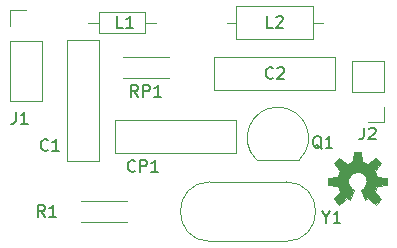
<source format=gbr>
%TF.GenerationSoftware,KiCad,Pcbnew,(6.0.4)*%
%TF.CreationDate,2022-07-15T22:26:08+03:00*%
%TF.ProjectId,Basic-150-MHz-Telemetry-Transmitter-THT,42617369-632d-4313-9530-2d4d487a2d54,rev?*%
%TF.SameCoordinates,Original*%
%TF.FileFunction,Legend,Top*%
%TF.FilePolarity,Positive*%
%FSLAX46Y46*%
G04 Gerber Fmt 4.6, Leading zero omitted, Abs format (unit mm)*
G04 Created by KiCad (PCBNEW (6.0.4)) date 2022-07-15 22:26:08*
%MOMM*%
%LPD*%
G01*
G04 APERTURE LIST*
%ADD10C,0.150000*%
%ADD11C,0.010000*%
%ADD12C,0.120000*%
%ADD13C,1.600000*%
%ADD14C,1.400000*%
%ADD15O,1.400000X1.400000*%
%ADD16R,1.700000X1.700000*%
%ADD17O,1.700000X1.700000*%
%ADD18C,1.500000*%
%ADD19O,1.600000X1.600000*%
%ADD20R,1.050000X1.500000*%
%ADD21O,1.050000X1.500000*%
G04 APERTURE END LIST*
D10*
%TO.C,*%
%TO.C,CP1*%
X63595333Y-111355142D02*
X63547714Y-111402761D01*
X63404857Y-111450380D01*
X63309619Y-111450380D01*
X63166761Y-111402761D01*
X63071523Y-111307523D01*
X63023904Y-111212285D01*
X62976285Y-111021809D01*
X62976285Y-110878952D01*
X63023904Y-110688476D01*
X63071523Y-110593238D01*
X63166761Y-110498000D01*
X63309619Y-110450380D01*
X63404857Y-110450380D01*
X63547714Y-110498000D01*
X63595333Y-110545619D01*
X64023904Y-111450380D02*
X64023904Y-110450380D01*
X64404857Y-110450380D01*
X64500095Y-110498000D01*
X64547714Y-110545619D01*
X64595333Y-110640857D01*
X64595333Y-110783714D01*
X64547714Y-110878952D01*
X64500095Y-110926571D01*
X64404857Y-110974190D01*
X64023904Y-110974190D01*
X65547714Y-111450380D02*
X64976285Y-111450380D01*
X65262000Y-111450380D02*
X65262000Y-110450380D01*
X65166761Y-110593238D01*
X65071523Y-110688476D01*
X64976285Y-110736095D01*
%TO.C,RP1*%
X63849333Y-105100380D02*
X63516000Y-104624190D01*
X63277904Y-105100380D02*
X63277904Y-104100380D01*
X63658857Y-104100380D01*
X63754095Y-104148000D01*
X63801714Y-104195619D01*
X63849333Y-104290857D01*
X63849333Y-104433714D01*
X63801714Y-104528952D01*
X63754095Y-104576571D01*
X63658857Y-104624190D01*
X63277904Y-104624190D01*
X64277904Y-105100380D02*
X64277904Y-104100380D01*
X64658857Y-104100380D01*
X64754095Y-104148000D01*
X64801714Y-104195619D01*
X64849333Y-104290857D01*
X64849333Y-104433714D01*
X64801714Y-104528952D01*
X64754095Y-104576571D01*
X64658857Y-104624190D01*
X64277904Y-104624190D01*
X65801714Y-105100380D02*
X65230285Y-105100380D01*
X65516000Y-105100380D02*
X65516000Y-104100380D01*
X65420761Y-104243238D01*
X65325523Y-104338476D01*
X65230285Y-104386095D01*
%TO.C,R1*%
X55967333Y-115260380D02*
X55634000Y-114784190D01*
X55395904Y-115260380D02*
X55395904Y-114260380D01*
X55776857Y-114260380D01*
X55872095Y-114308000D01*
X55919714Y-114355619D01*
X55967333Y-114450857D01*
X55967333Y-114593714D01*
X55919714Y-114688952D01*
X55872095Y-114736571D01*
X55776857Y-114784190D01*
X55395904Y-114784190D01*
X56919714Y-115260380D02*
X56348285Y-115260380D01*
X56634000Y-115260380D02*
X56634000Y-114260380D01*
X56538761Y-114403238D01*
X56443523Y-114498476D01*
X56348285Y-114546095D01*
%TO.C,C2*%
X75271333Y-103481142D02*
X75223714Y-103528761D01*
X75080857Y-103576380D01*
X74985619Y-103576380D01*
X74842761Y-103528761D01*
X74747523Y-103433523D01*
X74699904Y-103338285D01*
X74652285Y-103147809D01*
X74652285Y-103004952D01*
X74699904Y-102814476D01*
X74747523Y-102719238D01*
X74842761Y-102624000D01*
X74985619Y-102576380D01*
X75080857Y-102576380D01*
X75223714Y-102624000D01*
X75271333Y-102671619D01*
X75652285Y-102671619D02*
X75699904Y-102624000D01*
X75795142Y-102576380D01*
X76033238Y-102576380D01*
X76128476Y-102624000D01*
X76176095Y-102671619D01*
X76223714Y-102766857D01*
X76223714Y-102862095D01*
X76176095Y-103004952D01*
X75604666Y-103576380D01*
X76223714Y-103576380D01*
%TO.C,J2*%
X82978666Y-107705380D02*
X82978666Y-108419666D01*
X82931047Y-108562523D01*
X82835809Y-108657761D01*
X82692952Y-108705380D01*
X82597714Y-108705380D01*
X83407238Y-107800619D02*
X83454857Y-107753000D01*
X83550095Y-107705380D01*
X83788190Y-107705380D01*
X83883428Y-107753000D01*
X83931047Y-107800619D01*
X83978666Y-107895857D01*
X83978666Y-107991095D01*
X83931047Y-108133952D01*
X83359619Y-108705380D01*
X83978666Y-108705380D01*
%TO.C,Y1*%
X79787809Y-115292190D02*
X79787809Y-115768380D01*
X79454476Y-114768380D02*
X79787809Y-115292190D01*
X80121142Y-114768380D01*
X80978285Y-115768380D02*
X80406857Y-115768380D01*
X80692571Y-115768380D02*
X80692571Y-114768380D01*
X80597333Y-114911238D01*
X80502095Y-115006476D01*
X80406857Y-115054095D01*
%TO.C,L1*%
X62571333Y-99258380D02*
X62095142Y-99258380D01*
X62095142Y-98258380D01*
X63428476Y-99258380D02*
X62857047Y-99258380D01*
X63142761Y-99258380D02*
X63142761Y-98258380D01*
X63047523Y-98401238D01*
X62952285Y-98496476D01*
X62857047Y-98544095D01*
%TO.C,L2*%
X75271333Y-99258380D02*
X74795142Y-99258380D01*
X74795142Y-98258380D01*
X75557047Y-98353619D02*
X75604666Y-98306000D01*
X75699904Y-98258380D01*
X75938000Y-98258380D01*
X76033238Y-98306000D01*
X76080857Y-98353619D01*
X76128476Y-98448857D01*
X76128476Y-98544095D01*
X76080857Y-98686952D01*
X75509428Y-99258380D01*
X76128476Y-99258380D01*
%TO.C,Q1*%
X79406761Y-109513619D02*
X79311523Y-109466000D01*
X79216285Y-109370761D01*
X79073428Y-109227904D01*
X78978190Y-109180285D01*
X78882952Y-109180285D01*
X78930571Y-109418380D02*
X78835333Y-109370761D01*
X78740095Y-109275523D01*
X78692476Y-109085047D01*
X78692476Y-108751714D01*
X78740095Y-108561238D01*
X78835333Y-108466000D01*
X78930571Y-108418380D01*
X79121047Y-108418380D01*
X79216285Y-108466000D01*
X79311523Y-108561238D01*
X79359142Y-108751714D01*
X79359142Y-109085047D01*
X79311523Y-109275523D01*
X79216285Y-109370761D01*
X79121047Y-109418380D01*
X78930571Y-109418380D01*
X80311523Y-109418380D02*
X79740095Y-109418380D01*
X80025809Y-109418380D02*
X80025809Y-108418380D01*
X79930571Y-108561238D01*
X79835333Y-108656476D01*
X79740095Y-108704095D01*
%TO.C,C1*%
X56221333Y-109577142D02*
X56173714Y-109624761D01*
X56030857Y-109672380D01*
X55935619Y-109672380D01*
X55792761Y-109624761D01*
X55697523Y-109529523D01*
X55649904Y-109434285D01*
X55602285Y-109243809D01*
X55602285Y-109100952D01*
X55649904Y-108910476D01*
X55697523Y-108815238D01*
X55792761Y-108720000D01*
X55935619Y-108672380D01*
X56030857Y-108672380D01*
X56173714Y-108720000D01*
X56221333Y-108767619D01*
X57173714Y-109672380D02*
X56602285Y-109672380D01*
X56888000Y-109672380D02*
X56888000Y-108672380D01*
X56792761Y-108815238D01*
X56697523Y-108910476D01*
X56602285Y-108958095D01*
%TO.C,J1*%
X53514666Y-106386380D02*
X53514666Y-107100666D01*
X53467047Y-107243523D01*
X53371809Y-107338761D01*
X53228952Y-107386380D01*
X53133714Y-107386380D01*
X54514666Y-107386380D02*
X53943238Y-107386380D01*
X54228952Y-107386380D02*
X54228952Y-106386380D01*
X54133714Y-106529238D01*
X54038476Y-106624476D01*
X53943238Y-106672095D01*
%TO.C,*%
G36*
X82809080Y-110568740D02*
G01*
X83078320Y-110655100D01*
X83332320Y-110787180D01*
X83959700Y-110274100D01*
X84391500Y-110705900D01*
X83878420Y-111333280D01*
X84010500Y-111587280D01*
X84096860Y-111856520D01*
X84902040Y-111940340D01*
X84902040Y-112544860D01*
X84096860Y-112628680D01*
X84010500Y-112897920D01*
X83878420Y-113151920D01*
X84391500Y-113779300D01*
X83959700Y-114211100D01*
X83332320Y-113698020D01*
X83078320Y-113830100D01*
X82720180Y-112963960D01*
X82862420Y-112887760D01*
X82984340Y-112783620D01*
X83083400Y-112656620D01*
X83154520Y-112511840D01*
X83195160Y-112356900D01*
X83202780Y-112199420D01*
X83177380Y-112041940D01*
X83118960Y-111892080D01*
X83032600Y-111757460D01*
X82920840Y-111643160D01*
X82786220Y-111554260D01*
X82638900Y-111493300D01*
X82478880Y-111465360D01*
X82321400Y-111470440D01*
X82166460Y-111506000D01*
X82021680Y-111574580D01*
X81892140Y-111671100D01*
X81788000Y-111793020D01*
X81709260Y-111930180D01*
X81658460Y-112085120D01*
X81643220Y-112242600D01*
X81658460Y-112395000D01*
X81701640Y-112539780D01*
X81775300Y-112674400D01*
X81871820Y-112793780D01*
X81991200Y-112890300D01*
X82125820Y-112963960D01*
X81767680Y-113830100D01*
X81513680Y-113698020D01*
X80886300Y-114211100D01*
X80454500Y-113779300D01*
X80967580Y-113151920D01*
X80835500Y-112897920D01*
X80749140Y-112628680D01*
X79943960Y-112544860D01*
X79943960Y-111940340D01*
X80749140Y-111856520D01*
X80835500Y-111587280D01*
X80967580Y-111333280D01*
X80454500Y-110705900D01*
X80886300Y-110274100D01*
X81513680Y-110787180D01*
X81767680Y-110655100D01*
X82036920Y-110568740D01*
X82120740Y-109763560D01*
X82725260Y-109763560D01*
X82809080Y-110568740D01*
G37*
D11*
X82809080Y-110568740D02*
X83078320Y-110655100D01*
X83332320Y-110787180D01*
X83959700Y-110274100D01*
X84391500Y-110705900D01*
X83878420Y-111333280D01*
X84010500Y-111587280D01*
X84096860Y-111856520D01*
X84902040Y-111940340D01*
X84902040Y-112544860D01*
X84096860Y-112628680D01*
X84010500Y-112897920D01*
X83878420Y-113151920D01*
X84391500Y-113779300D01*
X83959700Y-114211100D01*
X83332320Y-113698020D01*
X83078320Y-113830100D01*
X82720180Y-112963960D01*
X82862420Y-112887760D01*
X82984340Y-112783620D01*
X83083400Y-112656620D01*
X83154520Y-112511840D01*
X83195160Y-112356900D01*
X83202780Y-112199420D01*
X83177380Y-112041940D01*
X83118960Y-111892080D01*
X83032600Y-111757460D01*
X82920840Y-111643160D01*
X82786220Y-111554260D01*
X82638900Y-111493300D01*
X82478880Y-111465360D01*
X82321400Y-111470440D01*
X82166460Y-111506000D01*
X82021680Y-111574580D01*
X81892140Y-111671100D01*
X81788000Y-111793020D01*
X81709260Y-111930180D01*
X81658460Y-112085120D01*
X81643220Y-112242600D01*
X81658460Y-112395000D01*
X81701640Y-112539780D01*
X81775300Y-112674400D01*
X81871820Y-112793780D01*
X81991200Y-112890300D01*
X82125820Y-112963960D01*
X81767680Y-113830100D01*
X81513680Y-113698020D01*
X80886300Y-114211100D01*
X80454500Y-113779300D01*
X80967580Y-113151920D01*
X80835500Y-112897920D01*
X80749140Y-112628680D01*
X79943960Y-112544860D01*
X79943960Y-111940340D01*
X80749140Y-111856520D01*
X80835500Y-111587280D01*
X80967580Y-111333280D01*
X80454500Y-110705900D01*
X80886300Y-110274100D01*
X81513680Y-110787180D01*
X81767680Y-110655100D01*
X82036920Y-110568740D01*
X82120740Y-109763560D01*
X82725260Y-109763560D01*
X82809080Y-110568740D01*
D12*
%TO.C,CP1*%
X72176000Y-107088000D02*
X72176000Y-109828000D01*
X61936000Y-107088000D02*
X61936000Y-109828000D01*
X61936000Y-107088000D02*
X72176000Y-107088000D01*
X61936000Y-109828000D02*
X72176000Y-109828000D01*
%TO.C,RP1*%
X62596000Y-103536000D02*
X66436000Y-103536000D01*
X62596000Y-101696000D02*
X66436000Y-101696000D01*
%TO.C,R1*%
X59040000Y-113888000D02*
X62880000Y-113888000D01*
X59040000Y-115728000D02*
X62880000Y-115728000D01*
%TO.C,C2*%
X70318000Y-104494000D02*
X70318000Y-101754000D01*
X80558000Y-104494000D02*
X70318000Y-104494000D01*
X80558000Y-101754000D02*
X70318000Y-101754000D01*
X80558000Y-104494000D02*
X80558000Y-101754000D01*
%TO.C,J2*%
X84642000Y-107253000D02*
X83312000Y-107253000D01*
X84642000Y-105923000D02*
X84642000Y-107253000D01*
X84642000Y-102053000D02*
X81982000Y-102053000D01*
X81982000Y-104653000D02*
X81982000Y-102053000D01*
X84642000Y-104653000D02*
X81982000Y-104653000D01*
X84642000Y-104653000D02*
X84642000Y-102053000D01*
%TO.C,Y1*%
X76362000Y-112283000D02*
X69962000Y-112283000D01*
X76362000Y-117333000D02*
X69962000Y-117333000D01*
X76362000Y-117333000D02*
G75*
G03*
X76362000Y-112283000I0J2525000D01*
G01*
X69962000Y-112283000D02*
G75*
G03*
X69962000Y-117333000I0J-2525000D01*
G01*
%TO.C,L1*%
X60564000Y-97886000D02*
X60564000Y-99726000D01*
X65354000Y-98806000D02*
X64404000Y-98806000D01*
X59614000Y-98806000D02*
X60564000Y-98806000D01*
X60564000Y-99726000D02*
X64404000Y-99726000D01*
X64404000Y-99726000D02*
X64404000Y-97886000D01*
X64404000Y-97886000D02*
X60564000Y-97886000D01*
%TO.C,L2*%
X79478000Y-98806000D02*
X78708000Y-98806000D01*
X72168000Y-100176000D02*
X78708000Y-100176000D01*
X78708000Y-100176000D02*
X78708000Y-97436000D01*
X71398000Y-98806000D02*
X72168000Y-98806000D01*
X72168000Y-97436000D02*
X72168000Y-100176000D01*
X78708000Y-97436000D02*
X72168000Y-97436000D01*
%TO.C,Q1*%
X73892000Y-110414000D02*
X77492000Y-110414000D01*
X77530478Y-110402478D02*
G75*
G03*
X75692000Y-105964000I-1838478J1838478D01*
G01*
X75692000Y-105963999D02*
G75*
G03*
X73853522Y-110402478I0J-2600001D01*
G01*
%TO.C,C1*%
X57812000Y-110530000D02*
X57812000Y-100290000D01*
X60552000Y-110530000D02*
X60552000Y-100290000D01*
X57812000Y-110530000D02*
X60552000Y-110530000D01*
X57812000Y-100290000D02*
X60552000Y-100290000D01*
%TO.C,J1*%
X53026000Y-105470000D02*
X55686000Y-105470000D01*
X53026000Y-99060000D02*
X53026000Y-97730000D01*
X53026000Y-97730000D02*
X54356000Y-97730000D01*
X53026000Y-100330000D02*
X53026000Y-105470000D01*
X55686000Y-100330000D02*
X55686000Y-105470000D01*
X53026000Y-100330000D02*
X55686000Y-100330000D01*
%TD*%
%LPC*%
D13*
%TO.C,CP1*%
X64556000Y-108458000D03*
X69556000Y-108458000D03*
%TD*%
D14*
%TO.C,RP1*%
X61976000Y-102616000D03*
D15*
X67056000Y-102616000D03*
%TD*%
D14*
%TO.C,R1*%
X58420000Y-114808000D03*
D15*
X63500000Y-114808000D03*
%TD*%
D13*
%TO.C,C2*%
X77938000Y-103124000D03*
X72938000Y-103124000D03*
%TD*%
D16*
%TO.C,J2*%
X83312000Y-105923000D03*
D17*
X83312000Y-103383000D03*
%TD*%
D18*
%TO.C,Y1*%
X75602000Y-114808000D03*
X70722000Y-114808000D03*
%TD*%
D14*
%TO.C,L1*%
X58674000Y-98806000D03*
D15*
X66294000Y-98806000D03*
%TD*%
D13*
%TO.C,L2*%
X70358000Y-98806000D03*
D19*
X80518000Y-98806000D03*
%TD*%
D20*
%TO.C,Q1*%
X74422000Y-108564000D03*
D21*
X75692000Y-108564000D03*
X76962000Y-108564000D03*
%TD*%
D13*
%TO.C,C1*%
X59182000Y-107910000D03*
X59182000Y-102910000D03*
%TD*%
D16*
%TO.C,J1*%
X54356000Y-99060000D03*
D17*
X54356000Y-101600000D03*
X54356000Y-104140000D03*
%TD*%
M02*

</source>
